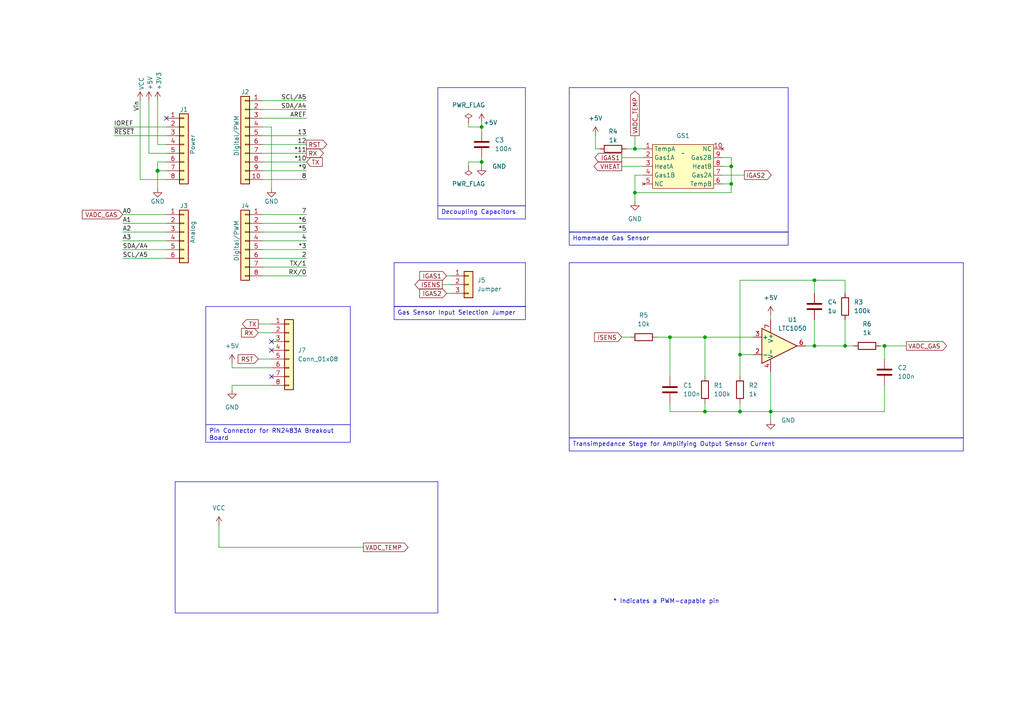
<source format=kicad_sch>
(kicad_sch (version 20230121) (generator eeschema)
  (paper "A4")
  (title_block (title "MOSHield Schematic") (date "mar. 31 mars 2015") (rev "v1.0") (company "INSA Toulouse") (comment 1 "Département de Génie Physique"))
  (lib_symbols
    (symbol "+5V_1" (power) (pin_names (offset 0))
      (property "Value" "+5V_1" (at 0 3.556 0))
      (symbol "+5V_1_0_1"
        (polyline (pts (xy -0.762 1.27) (xy 0 2.54)))
        (polyline (pts (xy 0 0) (xy 0 2.54)))
        (polyline (pts (xy 0 2.54) (xy 0.762 1.27)))
      )
      (symbol "+5V_1_1_1"
        (pin power_in line (at 0 0 90) (length 0) hide (name "+5V") (number "1"))
      )
    )
    (symbol "+5V_2" (power) (pin_names (offset 0))
      (property "Value" "+5V_2" (at 0 3.556 0))
      (symbol "+5V_2_0_1"
        (polyline (pts (xy -0.762 1.27) (xy 0 2.54)))
        (polyline (pts (xy 0 0) (xy 0 2.54)))
        (polyline (pts (xy 0 2.54) (xy 0.762 1.27)))
      )
      (symbol "+5V_2_1_1"
        (pin power_in line (at 0 0 90) (length 0) hide (name "+5V") (number "1"))
      )
    )
    (symbol "+5V_3" (power) (pin_names (offset 0))
      (property "Value" "+5V_3" (at 0 3.556 0))
      (symbol "+5V_3_0_1"
        (polyline (pts (xy -0.762 1.27) (xy 0 2.54)))
        (polyline (pts (xy 0 0) (xy 0 2.54)))
        (polyline (pts (xy 0 2.54) (xy 0.762 1.27)))
      )
      (symbol "+5V_3_1_1"
        (pin power_in line (at 0 0 90) (length 0) hide (name "+5V") (number "1"))
      )
    )
    (symbol "+5V_4" (power) (pin_names (offset 0))
      (property "Value" "+5V_4" (at 0 3.556 0))
      (symbol "+5V_4_0_1"
        (polyline (pts (xy -0.762 1.27) (xy 0 2.54)))
        (polyline (pts (xy 0 0) (xy 0 2.54)))
        (polyline (pts (xy 0 2.54) (xy 0.762 1.27)))
      )
      (symbol "+5V_4_1_1"
        (pin power_in line (at 0 0 90) (length 0) hide (name "+5V") (number "1"))
      )
    )
    (symbol "Amplifier_Operational:LM6171xxN" (pin_names (offset 0.127))
      (property "Reference" "U" (at 0 6.35 0))
      (property "Value" "LM6171xxN" (at 0 3.81 0))
      (symbol "LM6171xxN_0_1"
        (polyline (pts (xy -5.08 5.08) (xy 5.08 0) (xy -5.08 -5.08) (xy -5.08 5.08)) (stroke (width 0.254)) (fill (type background)))
      )
      (symbol "LM6171xxN_1_1"
        (pin no_connect line (at -5.08 -2.54 90) (length 2.54) hide (name "NC") (number "1"))
        (pin input line (at -7.62 -2.54 0) (length 2.54) (name "-") (number "2"))
        (pin input line (at -7.62 2.54 0) (length 2.54) (name "+") (number "3"))
        (pin power_in line (at -2.54 -7.62 90) (length 3.81) (name "V-") (number "4"))
        (pin no_connect line (at -2.54 -2.54 90) (length 2.54) hide (name "NC") (number "5"))
        (pin output line (at 7.62 0 180) (length 2.54) (name "~") (number "6"))
        (pin power_in line (at -2.54 7.62 270) (length 3.81) (name "V+") (number "7"))
        (pin no_connect line (at 0 -2.54 90) (length 2.54) hide (name "NC") (number "8"))
      )
    )
    (symbol "Connector_Generic:Conn_01x03" (pin_names (offset 1.016) hide)
      (property "Reference" "J" (at 0 5.08 0))
      (property "Value" "Conn_01x03" (at 0 -5.08 0))
      (symbol "Conn_01x03_1_1"
        (rectangle (start -1.27 -2.413) (end 0 -2.667) (stroke (width 0.1524)))
        (rectangle (start -1.27 0.127) (end 0 -0.127) (stroke (width 0.1524)))
        (rectangle (start -1.27 2.667) (end 0 2.413) (stroke (width 0.1524)))
        (rectangle (start -1.27 3.81) (end 1.27 -3.81) (stroke (width 0.254)) (fill (type background)))
        (pin passive line (at -5.08 2.54 0) (length 3.81) (name "Pin_1") (number "1"))
        (pin passive line (at -5.08 0 0) (length 3.81) (name "Pin_2") (number "2"))
        (pin passive line (at -5.08 -2.54 0) (length 3.81) (name "Pin_3") (number "3"))
      )
    )
    (symbol "Connector_Generic:Conn_01x06" (pin_names (offset 1.016) hide)
      (property "Reference" "J" (at 0 7.62 0))
      (property "Value" "Conn_01x06" (at 0 -10.16 0))
      (symbol "Conn_01x06_1_1"
        (rectangle (start -1.27 -7.493) (end 0 -7.747) (stroke (width 0.1524)))
        (rectangle (start -1.27 -4.953) (end 0 -5.207) (stroke (width 0.1524)))
        (rectangle (start -1.27 -2.413) (end 0 -2.667) (stroke (width 0.1524)))
        (rectangle (start -1.27 0.127) (end 0 -0.127) (stroke (width 0.1524)))
        (rectangle (start -1.27 2.667) (end 0 2.413) (stroke (width 0.1524)))
        (rectangle (start -1.27 5.207) (end 0 4.953) (stroke (width 0.1524)))
        (rectangle (start -1.27 6.35) (end 1.27 -8.89) (stroke (width 0.254)) (fill (type background)))
        (pin passive line (at -5.08 5.08 0) (length 3.81) (name "Pin_1") (number "1"))
        (pin passive line (at -5.08 2.54 0) (length 3.81) (name "Pin_2") (number "2"))
        (pin passive line (at -5.08 0 0) (length 3.81) (name "Pin_3") (number "3"))
        (pin passive line (at -5.08 -2.54 0) (length 3.81) (name "Pin_4") (number "4"))
        (pin passive line (at -5.08 -5.08 0) (length 3.81) (name "Pin_5") (number "5"))
        (pin passive line (at -5.08 -7.62 0) (length 3.81) (name "Pin_6") (number "6"))
      )
    )
    (symbol "Connector_Generic:Conn_01x08" (pin_names (offset 1.016) hide)
      (property "Reference" "J" (at 0 10.16 0))
      (property "Value" "Conn_01x08" (at 0 -12.7 0))
      (symbol "Conn_01x08_1_1"
        (rectangle (start -1.27 -10.033) (end 0 -10.287) (stroke (width 0.1524)))
        (rectangle (start -1.27 -7.493) (end 0 -7.747) (stroke (width 0.1524)))
        (rectangle (start -1.27 -4.953) (end 0 -5.207) (stroke (width 0.1524)))
        (rectangle (start -1.27 -2.413) (end 0 -2.667) (stroke (width 0.1524)))
        (rectangle (start -1.27 0.127) (end 0 -0.127) (stroke (width 0.1524)))
        (rectangle (start -1.27 2.667) (end 0 2.413) (stroke (width 0.1524)))
        (rectangle (start -1.27 5.207) (end 0 4.953) (stroke (width 0.1524)))
        (rectangle (start -1.27 7.747) (end 0 7.493) (stroke (width 0.1524)))
        (rectangle (start -1.27 8.89) (end 1.27 -11.43) (stroke (width 0.254)) (fill (type background)))
        (pin passive line (at -5.08 7.62 0) (length 3.81) (name "Pin_1") (number "1"))
        (pin passive line (at -5.08 5.08 0) (length 3.81) (name "Pin_2") (number "2"))
        (pin passive line (at -5.08 2.54 0) (length 3.81) (name "Pin_3") (number "3"))
        (pin passive line (at -5.08 0 0) (length 3.81) (name "Pin_4") (number "4"))
        (pin passive line (at -5.08 -2.54 0) (length 3.81) (name "Pin_5") (number "5"))
        (pin passive line (at -5.08 -5.08 0) (length 3.81) (name "Pin_6") (number "6"))
        (pin passive line (at -5.08 -7.62 0) (length 3.81) (name "Pin_7") (number "7"))
        (pin passive line (at -5.08 -10.16 0) (length 3.81) (name "Pin_8") (number "8"))
      )
    )
    (symbol "Connector_Generic:Conn_01x10" (pin_names (offset 1.016) hide)
      (property "Reference" "J" (at 0 12.7 0))
      (property "Value" "Conn_01x10" (at 0 -15.24 0))
      (symbol "Conn_01x10_1_1"
        (rectangle (start -1.27 -12.573) (end 0 -12.827) (stroke (width 0.1524)))
        (rectangle (start -1.27 -10.033) (end 0 -10.287) (stroke (width 0.1524)))
        (rectangle (start -1.27 -7.493) (end 0 -7.747) (stroke (width 0.1524)))
        (rectangle (start -1.27 -4.953) (end 0 -5.207) (stroke (width 0.1524)))
        (rectangle (start -1.27 -2.413) (end 0 -2.667) (stroke (width 0.1524)))
        (rectangle (start -1.27 0.127) (end 0 -0.127) (stroke (width 0.1524)))
        (rectangle (start -1.27 2.667) (end 0 2.413) (stroke (width 0.1524)))
        (rectangle (start -1.27 5.207) (end 0 4.953) (stroke (width 0.1524)))
        (rectangle (start -1.27 7.747) (end 0 7.493) (stroke (width 0.1524)))
        (rectangle (start -1.27 10.287) (end 0 10.033) (stroke (width 0.1524)))
        (rectangle (start -1.27 11.43) (end 1.27 -13.97) (stroke (width 0.254)) (fill (type background)))
        (pin passive line (at -5.08 10.16 0) (length 3.81) (name "Pin_1") (number "1"))
        (pin passive line (at -5.08 -12.7 0) (length 3.81) (name "Pin_10") (number "10"))
        (pin passive line (at -5.08 7.62 0) (length 3.81) (name "Pin_2") (number "2"))
        (pin passive line (at -5.08 5.08 0) (length 3.81) (name "Pin_3") (number "3"))
        (pin passive line (at -5.08 2.54 0) (length 3.81) (name "Pin_4") (number "4"))
        (pin passive line (at -5.08 0 0) (length 3.81) (name "Pin_5") (number "5"))
        (pin passive line (at -5.08 -2.54 0) (length 3.81) (name "Pin_6") (number "6"))
        (pin passive line (at -5.08 -5.08 0) (length 3.81) (name "Pin_7") (number "7"))
        (pin passive line (at -5.08 -7.62 0) (length 3.81) (name "Pin_8") (number "8"))
        (pin passive line (at -5.08 -10.16 0) (length 3.81) (name "Pin_9") (number "9"))
      )
    )
    (symbol "Device:C" (pin_numbers hide) (pin_names (offset 0.254))
      (property "Reference" "C" (at 0.635 2.54 0))
      (property "Value" "C" (at 0.635 -2.54 0))
      (symbol "C_0_1"
        (polyline (pts (xy -2.032 -0.762) (xy 2.032 -0.762)) (stroke (width 0.508)))
        (polyline (pts (xy -2.032 0.762) (xy 2.032 0.762)) (stroke (width 0.508)))
      )
      (symbol "C_1_1"
        (pin passive line (at 0 3.81 270) (length 2.794) (name "~") (number "1"))
        (pin passive line (at 0 -3.81 90) (length 2.794) (name "~") (number "2"))
      )
    )
    (symbol "Device:R" (pin_numbers hide) (pin_names (offset 0))
      (property "Reference" "R" (at 2.032 0 90))
      (property "Value" "R" (at 0 0 90))
      (symbol "R_0_1"
        (rectangle (start -1.016 -2.54) (end 1.016 2.54) (stroke (width 0.254)))
      )
      (symbol "R_1_1"
        (pin passive line (at 0 3.81 270) (length 1.27) (name "~") (number "1"))
        (pin passive line (at 0 -3.81 90) (length 1.27) (name "~") (number "2"))
      )
    )
    (symbol "GND_1" (power) (pin_names (offset 0))
      (property "Value" "GND_1" (at 0 -3.81 0))
      (symbol "GND_1_0_1"
        (polyline (pts (xy 0 0) (xy 0 -1.27) (xy 1.27 -1.27) (xy 0 -2.54) (xy -1.27 -1.27) (xy 0 -1.27)))
      )
      (symbol "GND_1_1_1"
        (pin power_in line (at 0 0 270) (length 0) hide (name "GND") (number "1"))
      )
    )
    (symbol "GND_2" (power) (pin_names (offset 0))
      (property "Value" "GND_2" (at 0 -3.81 0))
      (symbol "GND_2_0_1"
        (polyline (pts (xy 0 0) (xy 0 -1.27) (xy 1.27 -1.27) (xy 0 -2.54) (xy -1.27 -1.27) (xy 0 -1.27)))
      )
      (symbol "GND_2_1_1"
        (pin power_in line (at 0 0 270) (length 0) hide (name "GND") (number "1"))
      )
    )
    (symbol "GND_3" (power) (pin_names (offset 0))
      (property "Value" "GND_3" (at 0 -3.81 0))
      (symbol "GND_3_0_1"
        (polyline (pts (xy 0 0) (xy 0 -1.27) (xy 1.27 -1.27) (xy 0 -2.54) (xy -1.27 -1.27) (xy 0 -1.27)))
      )
      (symbol "GND_3_1_1"
        (pin power_in line (at 0 0 270) (length 0) hide (name "GND") (number "1"))
      )
    )
    (symbol "My_Library:GasSensor"
      (property "Reference" "GS" (at 0 7.62 0))
      (symbol "GasSensor_1_1"
        (rectangle (start -8.89 6.35) (end 8.89 -6.35) (fill (type background)))
        (pin output line (at -11.43 5.08 0) (length 2.54) (name "TempA") (number "1"))
        (pin no_connect line (at 11.43 5.08 180) (length 2.54) (name "NC") (number "10"))
        (pin output line (at -11.43 2.54 0) (length 2.54) (name "Gas1A") (number "2"))
        (pin input line (at -11.43 0 0) (length 2.54) (name "HeatA") (number "3"))
        (pin output line (at -11.43 -2.54 0) (length 2.54) (name "Gas1B") (number "4"))
        (pin no_connect line (at -11.43 -5.08 0) (length 2.54) (name "NC") (number "5"))
        (pin output line (at 11.43 -5.08 180) (length 2.54) (name "TempB") (number "6"))
        (pin output line (at 11.43 -2.54 180) (length 2.54) (name "Gas2A") (number "7"))
        (pin input line (at 11.43 0 180) (length 2.54) (name "HeatB") (number "8"))
        (pin output line (at 11.43 2.54 180) (length 2.54) (name "Gas2B") (number "9"))
      )
    )
    (symbol "VCC_1" (power) (pin_names (offset 0))
      (property "Value" "VCC_1" (at 0 3.81 0))
      (symbol "VCC_1_0_1"
        (polyline (pts (xy -0.762 1.27) (xy 0 2.54)))
        (polyline (pts (xy 0 0) (xy 0 2.54)))
        (polyline (pts (xy 0 2.54) (xy 0.762 1.27)))
      )
      (symbol "VCC_1_1_1"
        (pin power_in line (at 0 0 90) (length 0) hide (name "VCC") (number "1"))
      )
    )
    (symbol "power:+3V3" (power) (pin_names (offset 0))
      (property "Value" "+3V3" (at 0 3.556 0))
      (symbol "+3V3_0_1"
        (polyline (pts (xy -0.762 1.27) (xy 0 2.54)))
        (polyline (pts (xy 0 0) (xy 0 2.54)))
        (polyline (pts (xy 0 2.54) (xy 0.762 1.27)))
      )
      (symbol "+3V3_1_1"
        (pin power_in line (at 0 0 90) (length 0) hide (name "+3V3") (number "1"))
      )
    )
    (symbol "power:+5V" (power) (pin_names (offset 0))
      (property "Value" "+5V" (at 0 3.556 0))
      (symbol "+5V_0_1"
        (polyline (pts (xy -0.762 1.27) (xy 0 2.54)))
        (polyline (pts (xy 0 0) (xy 0 2.54)))
        (polyline (pts (xy 0 2.54) (xy 0.762 1.27)))
      )
      (symbol "+5V_1_1"
        (pin power_in line (at 0 0 90) (length 0) hide (name "+5V") (number "1"))
      )
    )
    (symbol "power:GND" (power) (pin_names (offset 0))
      (property "Value" "GND" (at 0 -3.81 0))
      (symbol "GND_0_1"
        (polyline (pts (xy 0 0) (xy 0 -1.27) (xy 1.27 -1.27) (xy 0 -2.54) (xy -1.27 -1.27) (xy 0 -1.27)))
      )
      (symbol "GND_1_1"
        (pin power_in line (at 0 0 270) (length 0) hide (name "GND") (number "1"))
      )
    )
    (symbol "power:PWR_FLAG" (power) (pin_numbers hide) (pin_names (offset 0) hide)
      (property "Value" "PWR_FLAG" (at 0 3.81 0))
      (symbol "PWR_FLAG_0_0"
        (pin power_out line (at 0 0 90) (length 0) (name "pwr") (number "1"))
      )
      (symbol "PWR_FLAG_0_1"
        (polyline (pts (xy 0 0) (xy 0 1.27) (xy -1.016 1.905) (xy 0 2.54) (xy 1.016 1.905) (xy 0 1.27)))
      )
    )
    (symbol "power:VCC" (power) (pin_names (offset 0))
      (property "Value" "VCC" (at 0 3.81 0))
      (symbol "VCC_0_1"
        (polyline (pts (xy -0.762 1.27) (xy 0 2.54)))
        (polyline (pts (xy 0 0) (xy 0 2.54)))
        (polyline (pts (xy 0 2.54) (xy 0.762 1.27)))
      )
      (symbol "VCC_1_1"
        (pin power_in line (at 0 0 90) (length 0) hide (name "VCC") (number "1"))
      )
    )
  )
  (junction (at 236.22 100.33))
  (junction (at 204.47 97.79))
  (junction (at 45.72 49.53) (diameter 1.016))
  (junction (at 184.15 55.88))
  (junction (at 223.52 119.38))
  (junction (at 256.54 100.33))
  (junction (at 184.15 43.18))
  (junction (at 214.63 102.87))
  (junction (at 204.47 119.38))
  (junction (at 245.11 100.33))
  (junction (at 212.09 53.34))
  (junction (at 194.31 97.79))
  (junction (at 236.22 81.28))
  (junction (at 139.7 46.99))
  (junction (at 139.7 36.83))
  (junction (at 212.09 48.26))
  (junction (at 214.63 119.38))
  (no_connect (at 78.74 101.6))
  (no_connect (at 78.74 109.22))
  (no_connect (at 48.26 34.29))
  (no_connect (at 78.74 99.06))
  (wire (pts (xy 76.2 80.01) (xy 88.9 80.01)))
  (wire (pts (xy 130.81 85.09) (xy 129.54 85.09)))
  (wire (pts (xy 135.89 48.26) (xy 135.89 46.99)))
  (wire (pts (xy 209.55 48.26) (xy 212.09 48.26)))
  (wire (pts (xy 218.44 102.87) (xy 214.63 102.87)))
  (wire (pts (xy 76.2 46.99) (xy 88.9 46.99)))
  (wire (pts (xy 209.55 50.8) (xy 215.9 50.8)))
  (wire (pts (xy 76.2 29.21) (xy 88.9 29.21)))
  (wire (pts (xy 223.52 107.95) (xy 223.52 119.38)))
  (wire (pts (xy 74.93 93.98) (xy 78.74 93.98)))
  (wire (pts (xy 105.41 158.75) (xy 63.5 158.75)))
  (wire (pts (xy 45.72 46.99) (xy 45.72 49.53)))
  (wire (pts (xy 35.56 74.93) (xy 48.26 74.93)))
  (wire (pts (xy 184.15 39.37) (xy 184.15 43.18)))
  (wire (pts (xy 236.22 81.28) (xy 236.22 85.09)))
  (wire (pts (xy 233.68 100.33) (xy 236.22 100.33)))
  (wire (pts (xy 172.72 39.37) (xy 172.72 43.18)))
  (wire (pts (xy 45.72 49.53) (xy 45.72 54.61)))
  (wire (pts (xy 139.7 46.99) (xy 139.7 48.26)))
  (wire (pts (xy 45.72 41.91) (xy 48.26 41.91)))
  (wire (pts (xy 173.99 43.18) (xy 172.72 43.18)))
  (wire (pts (xy 43.18 44.45) (xy 48.26 44.45)))
  (wire (pts (xy 245.11 85.09) (xy 245.11 81.28)))
  (wire (pts (xy 43.18 29.21) (xy 43.18 44.45)))
  (wire (pts (xy 67.31 106.68) (xy 78.74 106.68)))
  (wire (pts (xy 223.52 119.38) (xy 214.63 119.38)))
  (wire (pts (xy 78.74 96.52) (xy 74.93 96.52)))
  (wire (pts (xy 214.63 81.28) (xy 214.63 102.87)))
  (wire (pts (xy 76.2 39.37) (xy 88.9 39.37)))
  (wire (pts (xy 45.72 29.21) (xy 45.72 41.91)))
  (wire (pts (xy 76.2 62.23) (xy 88.9 62.23)))
  (wire (pts (xy 48.26 62.23) (xy 35.56 62.23)))
  (wire (pts (xy 76.2 41.91) (xy 88.9 41.91)))
  (wire (pts (xy 180.34 45.72) (xy 186.69 45.72)))
  (wire (pts (xy 76.2 64.77) (xy 88.9 64.77)))
  (wire (pts (xy 186.69 50.8) (xy 184.15 50.8)))
  (wire (pts (xy 184.15 43.18) (xy 186.69 43.18)))
  (wire (pts (xy 256.54 100.33) (xy 262.89 100.33)))
  (wire (pts (xy 204.47 116.84) (xy 204.47 119.38)))
  (wire (pts (xy 180.34 97.79) (xy 182.88 97.79)))
  (wire (pts (xy 76.2 49.53) (xy 88.9 49.53)))
  (wire (pts (xy 214.63 81.28) (xy 236.22 81.28)))
  (wire (pts (xy 76.2 69.85) (xy 88.9 69.85)))
  (wire (pts (xy 33.02 36.83) (xy 48.26 36.83)))
  (wire (pts (xy 74.93 104.14) (xy 78.74 104.14)))
  (wire (pts (xy 204.47 109.22) (xy 204.47 97.79)))
  (wire (pts (xy 63.5 152.4) (xy 63.5 158.75)))
  (wire (pts (xy 67.31 105.41) (xy 67.31 106.68)))
  (wire (pts (xy 78.74 36.83) (xy 78.74 54.61)))
  (wire (pts (xy 212.09 45.72) (xy 212.09 48.26)))
  (wire (pts (xy 256.54 119.38) (xy 223.52 119.38)))
  (wire (pts (xy 256.54 111.76) (xy 256.54 119.38)))
  (wire (pts (xy 76.2 34.29) (xy 88.9 34.29)))
  (wire (pts (xy 194.31 116.84) (xy 194.31 119.38)))
  (wire (pts (xy 78.74 111.76) (xy 67.31 111.76)))
  (wire (pts (xy 48.26 67.31) (xy 35.56 67.31)))
  (wire (pts (xy 245.11 92.71) (xy 245.11 100.33)))
  (wire (pts (xy 245.11 100.33) (xy 247.65 100.33)))
  (wire (pts (xy 33.02 39.37) (xy 48.26 39.37)))
  (wire (pts (xy 48.26 49.53) (xy 45.72 49.53)))
  (wire (pts (xy 194.31 97.79) (xy 204.47 97.79)))
  (wire (pts (xy 139.7 45.72) (xy 139.7 46.99)))
  (wire (pts (xy 236.22 100.33) (xy 245.11 100.33)))
  (wire (pts (xy 223.52 91.44) (xy 223.52 92.71)))
  (wire (pts (xy 128.27 82.55) (xy 130.81 82.55)))
  (wire (pts (xy 135.89 46.99) (xy 139.7 46.99)))
  (wire (pts (xy 212.09 55.88) (xy 184.15 55.88)))
  (wire (pts (xy 194.31 97.79) (xy 194.31 109.22)))
  (wire (pts (xy 139.7 35.56) (xy 139.7 36.83)))
  (wire (pts (xy 48.26 52.07) (xy 40.64 52.07)))
  (wire (pts (xy 35.56 64.77) (xy 48.26 64.77)))
  (wire (pts (xy 236.22 81.28) (xy 245.11 81.28)))
  (wire (pts (xy 204.47 119.38) (xy 214.63 119.38)))
  (wire (pts (xy 129.54 80.01) (xy 130.81 80.01)))
  (wire (pts (xy 184.15 50.8) (xy 184.15 55.88)))
  (wire (pts (xy 139.7 36.83) (xy 139.7 38.1)))
  (wire (pts (xy 212.09 53.34) (xy 212.09 55.88)))
  (wire (pts (xy 76.2 36.83) (xy 78.74 36.83)))
  (wire (pts (xy 48.26 46.99) (xy 45.72 46.99)))
  (wire (pts (xy 209.55 53.34) (xy 212.09 53.34)))
  (wire (pts (xy 76.2 44.45) (xy 88.9 44.45)))
  (wire (pts (xy 236.22 92.71) (xy 236.22 100.33)))
  (wire (pts (xy 135.89 36.83) (xy 139.7 36.83)))
  (wire (pts (xy 181.61 43.18) (xy 184.15 43.18)))
  (wire (pts (xy 76.2 67.31) (xy 88.9 67.31)))
  (wire (pts (xy 35.56 69.85) (xy 48.26 69.85)))
  (wire (pts (xy 256.54 100.33) (xy 256.54 104.14)))
  (wire (pts (xy 212.09 48.26) (xy 212.09 53.34)))
  (wire (pts (xy 209.55 45.72) (xy 212.09 45.72)))
  (wire (pts (xy 255.27 100.33) (xy 256.54 100.33)))
  (wire (pts (xy 190.5 97.79) (xy 194.31 97.79)))
  (wire (pts (xy 76.2 31.75) (xy 88.9 31.75)))
  (wire (pts (xy 180.34 48.26) (xy 186.69 48.26)))
  (wire (pts (xy 76.2 74.93) (xy 88.9 74.93)))
  (wire (pts (xy 135.89 35.56) (xy 135.89 36.83)))
  (wire (pts (xy 67.31 111.76) (xy 67.31 113.03)))
  (wire (pts (xy 76.2 72.39) (xy 88.9 72.39)))
  (wire (pts (xy 184.15 55.88) (xy 184.15 58.42)))
  (wire (pts (xy 214.63 102.87) (xy 214.63 109.22)))
  (wire (pts (xy 204.47 97.79) (xy 218.44 97.79)))
  (wire (pts (xy 76.2 77.47) (xy 88.9 77.47)))
  (wire (pts (xy 40.64 52.07) (xy 40.64 29.21)))
  (wire (pts (xy 223.52 119.38) (xy 223.52 121.92)))
  (wire (pts (xy 48.26 72.39) (xy 35.56 72.39)))
  (wire (pts (xy 194.31 119.38) (xy 204.47 119.38)))
  (wire (pts (xy 76.2 52.07) (xy 88.9 52.07)))
  (wire (pts (xy 214.63 116.84) (xy 214.63 119.38)))
  (rectangle (start 50.8 139.7) (end 127 177.8))
  (rectangle (start 59.69 88.9) (end 101.6 123.19))
  (rectangle (start 127 25.4) (end 152.4 59.69))
  (rectangle (start 165.1 25.4) (end 228.6 67.31))
  (rectangle (start 165.1 76.2) (end 279.4 127))
  (rectangle (start 114.3 76.2) (end 152.4 88.9))
  (text_box "Gas Sensor Input Selection Jumper" (at 114.3 88.9 0) (size 38.1 3.81) (effects (font (size 1.27 1.27)) (justify left top)))
  (text_box "Decoupling Capacitors" (at 127 59.69 0) (size 25.4 3.81) (effects (font (size 1.27 1.27)) (justify left top)))
  (text_box "Homemade Gas Sensor" (at 165.1 67.31 0) (size 63.5 3.81) (effects (font (size 1.27 1.27)) (justify left top)))
  (text_box "Transimpedance Stage for Amplifying Output Sensor Current" (at 165.1 127 0) (size 114.3 3.81) (effects (font (size 1.27 1.27)) (justify left top)))
  (text_box "Pin Connector for RN2483A Breakout Board" (at 59.69 123.19 0) (size 41.91 5.08) (effects (font (size 1.27 1.27)) (justify left top)))
  (text "* Indicates a PWM-capable pin" (at 177.8 175.26 0) (effects (font (size 1.27 1.27)) (justify left bottom)))
  (label "RX{slash}0" (at 88.9 80.01 180))
  (label "A2" (at 35.56 67.31 0))
  (label "4" (at 88.9 69.85 180))
  (label "2" (at 88.9 74.93 180))
  (label "A3" (at 35.56 69.85 0))
  (label "13" (at 88.9 39.37 180))
  (label "12" (at 88.9 41.91 180))
  (label "~{RESET}" (at 33.02 39.37 0))
  (label "*10" (at 88.9 46.99 180))
  (label "7" (at 88.9 62.23 180))
  (label "SDA{slash}A4" (at 88.9 31.75 180))
  (label "8" (at 88.9 52.07 180))
  (label "*11" (at 88.9 44.45 180))
  (label "*3" (at 88.9 72.39 180))
  (label "A1" (at 35.56 64.77 0))
  (label "TX{slash}1" (at 88.9 77.47 180))
  (label "A0" (at 35.56 62.23 0))
  (label "AREF" (at 88.9 34.29 180))
  (label "Vin" (at 40.64 29.21 270))
  (label "*6" (at 88.9 64.77 180))
  (label "SCL{slash}A5" (at 88.9 29.21 180))
  (label "*9" (at 88.9 49.53 180))
  (label "*5" (at 88.9 67.31 180))
  (label "IOREF" (at 33.02 36.83 0))
  (label "SDA{slash}A4" (at 35.56 72.39 0))
  (label "SCL{slash}A5" (at 35.56 74.93 0))
  (global_label "ISENS" (shape output) (at 128.27 82.55 180) (property "Intersheetrefs" "${INTERSHEET_REFS}" (effects hide)))
  (global_label "VADC_TEMP" (shape output) (at 105.41 158.75 0) (property "Intersheetrefs" "${INTERSHEET_REFS}" (effects hide)))
  (global_label "TX" (shape input) (at 88.9 46.99 0) (property "Intersheetrefs" "${INTERSHEET_REFS}" (effects hide)))
  (global_label "VADC_GAS" (shape input) (at 35.56 62.23 180) (property "Intersheetrefs" "${INTERSHEET_REFS}" (effects hide)))
  (global_label "IGAS1" (shape output) (at 180.34 45.72 180) (property "Intersheetrefs" "${INTERSHEET_REFS}" (effects hide)))
  (global_label "RX" (shape output) (at 88.9 44.45 0) (property "Intersheetrefs" "${INTERSHEET_REFS}" (effects hide)))
  (global_label "VHEAT" (shape output) (at 180.34 48.26 180) (property "Intersheetrefs" "${INTERSHEET_REFS}" (effects hide)))
  (global_label "RST" (shape output) (at 88.9 41.91 0) (property "Intersheetrefs" "${INTERSHEET_REFS}" (effects hide)))
  (global_label "VADC_GAS" (shape output) (at 262.89 100.33 0) (property "Intersheetrefs" "${INTERSHEET_REFS}" (effects hide)))
  (global_label "RX" (shape input) (at 74.93 96.52 180) (property "Intersheetrefs" "${INTERSHEET_REFS}" (effects hide)))
  (global_label "IGAS2" (shape output) (at 215.9 50.8 0) (property "Intersheetrefs" "${INTERSHEET_REFS}" (effects hide)))
  (global_label "IGAS1" (shape input) (at 129.54 80.01 180) (property "Intersheetrefs" "${INTERSHEET_REFS}" (effects hide)))
  (global_label "IGAS2" (shape input) (at 129.54 85.09 180) (property "Intersheetrefs" "${INTERSHEET_REFS}" (effects hide)))
  (global_label "VADC_TEMP" (shape output) (at 184.15 39.37 90) (property "Intersheetrefs" "${INTERSHEET_REFS}" (effects hide)))
  (global_label "RST" (shape input) (at 74.93 104.14 180) (property "Intersheetrefs" "${INTERSHEET_REFS}" (effects hide)))
  (global_label "ISENS" (shape input) (at 180.34 97.79 180) (property "Intersheetrefs" "${INTERSHEET_REFS}" (effects hide)))
  (global_label "TX" (shape output) (at 74.93 93.98 180) (property "Intersheetrefs" "${INTERSHEET_REFS}" (effects hide)))
  (symbol (lib_id "Connector_Generic:Conn_01x08") (at 53.34 41.91 0) (unit 1)
    (property "Reference" "J1" (at 53.34 31.75 0))
    (property "Value" "Power" (at 55.88 41.91 90))
    (property "Footprint" "Connector_PinSocket_2.54mm:PinSocket_1x08_P2.54mm_Vertical" (effects hide))
  )
  (symbol (lib_id "power:+3V3") (at 45.72 29.21 0) (unit 1)
    (property "Reference" "#PWR03" (effects hide))
    (property "Value" "+3.3V" (at 46.101 26.162 90) (effects (justify left)))
  )
  (symbol (lib_id "power:+5V") (at 43.18 29.21 0) (unit 1)
    (property "Reference" "#PWR02" (effects hide))
    (property "Value" "+5V" (at 43.5356 26.162 90) (effects (justify left)))
  )
  (symbol (lib_id "power:GND") (at 45.72 54.61 0) (unit 1)
    (property "Reference" "#PWR04" (effects hide))
    (property "Value" "GND" (at 45.72 58.42 0))
  )
  (symbol (lib_id "Connector_Generic:Conn_01x10") (at 71.12 39.37 0) (mirror y) (unit 1)
    (property "Reference" "J2" (at 71.12 26.67 0))
    (property "Value" "Digital/PWM" (at 68.58 39.37 90))
    (property "Footprint" "Connector_PinSocket_2.54mm:PinSocket_1x10_P2.54mm_Vertical" (effects hide))
  )
  (symbol (lib_id "power:GND") (at 78.74 54.61 0) (unit 1)
    (property "Reference" "#PWR05" (effects hide))
    (property "Value" "GND" (at 78.74 58.42 0))
  )
  (symbol (lib_id "Connector_Generic:Conn_01x06") (at 53.34 67.31 0) (unit 1)
    (property "Reference" "J3" (at 53.34 59.69 0))
    (property "Value" "Analog" (at 55.88 67.31 90))
    (property "Footprint" "Connector_PinSocket_2.54mm:PinSocket_1x06_P2.54mm_Vertical" (effects hide))
  )
  (symbol (lib_id "Connector_Generic:Conn_01x08") (at 71.12 69.85 0) (mirror y) (unit 1)
    (property "Reference" "J4" (at 71.12 59.69 0))
    (property "Value" "Digital/PWM" (at 68.58 69.85 90))
    (property "Footprint" "Connector_PinSocket_2.54mm:PinSocket_1x08_P2.54mm_Vertical" (effects hide))
  )
  (symbol (lib_name "GND_1") (lib_id "power:GND") (at 223.52 121.92 0) (unit 1)
    (property "Reference" "#PWR09" (effects hide))
    (property "Value" "GND" (at 228.6 121.92 0))
  )
  (symbol (lib_name "GND_3") (lib_id "power:GND") (at 67.31 113.03 0) (unit 1)
    (property "Reference" "#PWR013" (effects hide))
    (property "Value" "GND" (at 67.31 118.11 0))
  )
  (symbol (lib_id "Device:C") (at 194.31 113.03 0) (unit 1)
    (property "Reference" "C1" (at 198.12 111.76 0) (effects (justify left)))
    (property "Value" "100n" (at 198.12 114.3 0) (effects (justify left)))
  )
  (symbol (lib_name "GND_2") (lib_id "power:GND") (at 184.15 58.42 0) (unit 1)
    (property "Reference" "#PWR010" (effects hide))
    (property "Value" "GND" (at 184.15 63.5 0))
  )
  (symbol (lib_id "Amplifier_Operational:LM6171xxN") (at 226.06 100.33 0) (unit 1)
    (property "Reference" "U1" (at 229.87 92.71 0))
    (property "Value" "LTC1050" (at 229.87 95.25 0))
    (property "Footprint" "Package_DIP:DIP-8_W7.62mm" (effects hide))
    (property "Datasheet" "http://www.ti.com/lit/ds/symlink/lm6171.pdf" (effects hide))
  )
  (symbol (lib_id "Device:C") (at 236.22 88.9 0) (unit 1)
    (property "Reference" "C4" (at 240.03 87.63 0) (effects (justify left)))
    (property "Value" "1u" (at 240.03 90.17 0) (effects (justify left)))
  )
  (symbol (lib_id "Connector_Generic:Conn_01x03") (at 135.89 82.55 0) (unit 1)
    (property "Reference" "J5" (at 138.43 81.28 0) (effects (justify left)))
    (property "Value" "Jumper" (at 138.43 83.82 0) (effects (justify left)))
  )
  (symbol (lib_name "+5V_2") (lib_id "power:+5V") (at 223.52 91.44 0) (unit 1)
    (property "Reference" "#PWR08" (effects hide))
    (property "Value" "+5V" (at 223.52 86.36 0))
  )
  (symbol (lib_name "+5V_4") (lib_id "power:+5V") (at 67.31 105.41 0) (unit 1)
    (property "Reference" "#PWR012" (effects hide))
    (property "Value" "+5V" (at 67.31 100.33 0))
  )
  (symbol (lib_id "power:VCC") (at 40.64 29.21 0) (unit 1)
    (property "Reference" "#PWR01" (effects hide))
    (property "Value" "VCC" (at 41.021 26.162 90) (effects (justify left)))
  )
  (symbol (lib_name "+5V_1") (lib_id "power:+5V") (at 139.7 35.56 0) (unit 1)
    (property "Reference" "#PWR06" (effects hide))
    (property "Value" "+5V" (at 142.24 35.56 0))
  )
  (symbol (lib_id "Device:R") (at 204.47 113.03 0) (unit 1)
    (property "Reference" "R1" (at 207.01 111.76 0) (effects (justify left)))
    (property "Value" "100k" (at 207.01 114.3 0) (effects (justify left)))
  )
  (symbol (lib_id "Connector_Generic:Conn_01x08") (at 83.82 101.6 0) (unit 1)
    (property "Reference" "J7" (at 86.36 101.6 0) (effects (justify left)))
    (property "Value" "Conn_01x08" (at 86.36 104.14 0) (effects (justify left)))
    (property "Footprint" "Connector_PinSocket_2.54mm:PinSocket_1x08_P2.54mm_Vertical" (effects hide))
  )
  (symbol (lib_id "My_Library:GasSensor") (at 198.12 48.26 0) (unit 1)
    (property "Reference" "GS1" (at 198.12 39.37 0))
    (property "Value" "~" (at 198.12 44.45 0))
    (property "Footprint" "Package_TO_SOT_THT:TO-5-10" (effects hide))
  )
  (symbol (lib_id "Device:C") (at 256.54 107.95 0) (unit 1)
    (property "Reference" "C2" (at 260.35 106.68 0) (effects (justify left)))
    (property "Value" "100n" (at 260.35 109.22 0) (effects (justify left)))
  )
  (symbol (lib_id "Device:R") (at 214.63 113.03 0) (unit 1)
    (property "Reference" "R2" (at 217.17 111.76 0) (effects (justify left)))
    (property "Value" "1k" (at 217.17 114.3 0) (effects (justify left)))
  )
  (symbol (lib_id "power:PWR_FLAG") (at 135.89 35.56 0) (unit 1)
    (property "Reference" "#FLG01" (effects hide))
    (property "Value" "PWR_FLAG" (at 135.89 30.48 0))
  )
  (symbol (lib_id "Device:R") (at 245.11 88.9 0) (unit 1)
    (property "Reference" "R3" (at 247.65 87.63 0) (effects (justify left)))
    (property "Value" "100k" (at 247.65 90.17 0) (effects (justify left)))
  )
  (symbol (lib_id "Device:C") (at 139.7 41.91 0) (unit 1)
    (property "Reference" "C3" (at 143.51 40.64 0) (effects (justify left)))
    (property "Value" "100n" (at 143.51 43.18 0) (effects (justify left)))
  )
  (symbol (lib_id "Device:R") (at 186.69 97.79 90) (unit 1)
    (property "Reference" "R5" (at 186.69 91.44 90))
    (property "Value" "10k" (at 186.69 93.98 90))
  )
  (symbol (lib_name "VCC_1") (lib_id "power:VCC") (at 63.5 152.4 0) (unit 1)
    (property "Reference" "#PWR014" (effects hide))
    (property "Value" "VCC" (at 63.5 147.32 0))
  )
  (symbol (lib_name "+5V_3") (lib_id "power:+5V") (at 172.72 39.37 0) (unit 1)
    (property "Reference" "#PWR011" (effects hide))
    (property "Value" "+5V" (at 172.72 34.29 0))
  )
  (symbol (lib_id "Device:R") (at 251.46 100.33 90) (unit 1)
    (property "Reference" "R6" (at 251.46 93.98 90))
    (property "Value" "1k" (at 251.46 96.52 90))
  )
  (symbol (lib_name "GND_1") (lib_id "power:GND") (at 139.7 48.26 0) (unit 1)
    (property "Reference" "#PWR07" (effects hide))
    (property "Value" "GND" (at 144.78 48.26 0))
  )
  (symbol (lib_id "Device:R") (at 177.8 43.18 90) (unit 1)
    (property "Reference" "R4" (at 177.8 38.1 90))
    (property "Value" "1k" (at 177.8 40.64 90))
  )
  (symbol (lib_id "power:PWR_FLAG") (at 135.89 48.26 180) (unit 1)
    (property "Reference" "#FLG02" (effects hide))
    (property "Value" "PWR_FLAG" (at 135.89 53.34 0))
  )
)
</source>
